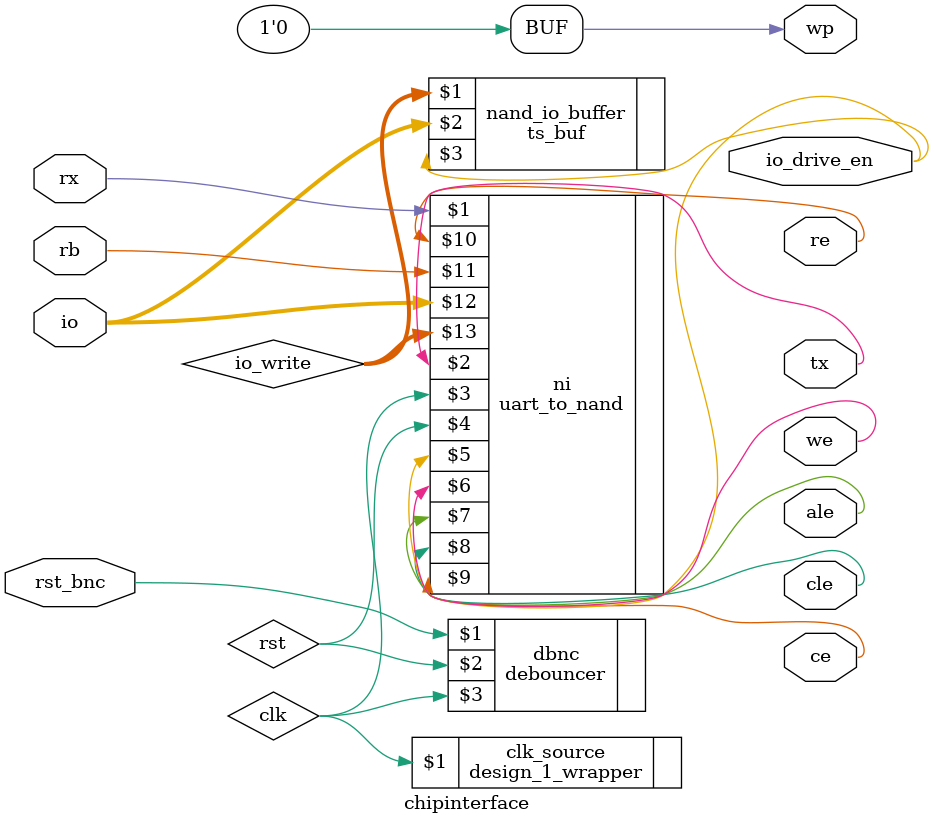
<source format=v>
module chipinterface(tx, rx, 
					rst_bnc, 
					we, ale, cle, ce, re, io, wp, rb, io_drive_en);
	input rx, rst_bnc, rb;
	output tx, wp;

	output ale, we, cle, ce, re;
	inout [7:0] io;
	tri [7:0] io;
	
	assign wp = 0; 
	
	wire rst;
    wire clk;
    design_1_wrapper clk_source(clk);
    
    
	debouncer dbnc(rst_bnc, rst, clk);
    output io_drive_en;
    wire [7:0] io_write;
    ts_buf #(8) nand_io_buffer(io_write, io, io_drive_en);
    
    
    
	uart_to_nand ni(rx, tx, 
					clk, rst, io_drive_en,
					we, ale, cle, ce, re, rb, io, io_write);
endmodule // chipinterface
</source>
